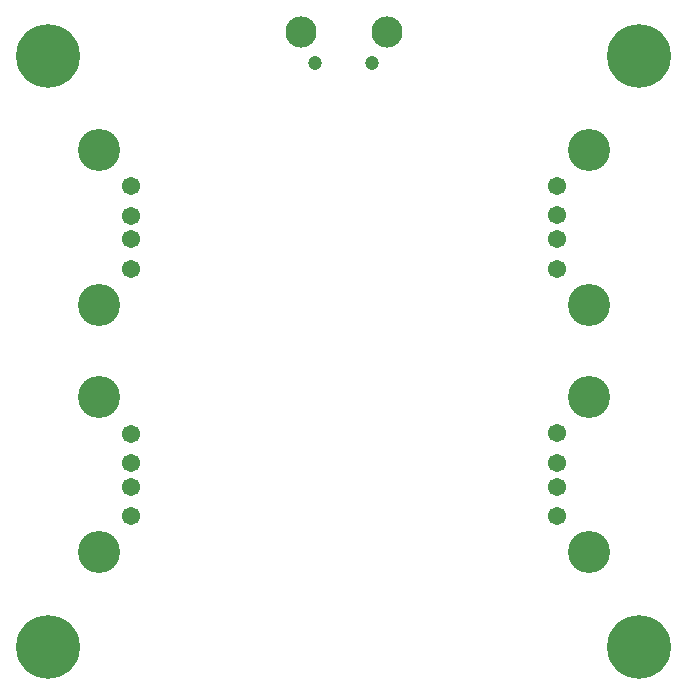
<source format=gbr>
%TF.GenerationSoftware,KiCad,Pcbnew,(5.1.10)-1*%
%TF.CreationDate,2021-08-09T12:49:03+02:00*%
%TF.ProjectId,hub,6875622e-6b69-4636-9164-5f7063625858,rev?*%
%TF.SameCoordinates,Original*%
%TF.FileFunction,Soldermask,Bot*%
%TF.FilePolarity,Negative*%
%FSLAX46Y46*%
G04 Gerber Fmt 4.6, Leading zero omitted, Abs format (unit mm)*
G04 Created by KiCad (PCBNEW (5.1.10)-1) date 2021-08-09 12:49:03*
%MOMM*%
%LPD*%
G01*
G04 APERTURE LIST*
%ADD10C,0.800000*%
%ADD11C,5.400000*%
%ADD12C,3.570000*%
%ADD13C,1.545000*%
%ADD14C,2.640000*%
%ADD15C,1.200000*%
G04 APERTURE END LIST*
D10*
%TO.C,H4*%
X190788891Y-53305109D03*
X189357000Y-52712000D03*
X187925109Y-53305109D03*
X187332000Y-54737000D03*
X187925109Y-56168891D03*
X189357000Y-56762000D03*
X190788891Y-56168891D03*
X191382000Y-54737000D03*
D11*
X189357000Y-54737000D03*
%TD*%
D10*
%TO.C,H3*%
X140750891Y-53305109D03*
X139319000Y-52712000D03*
X137887109Y-53305109D03*
X137294000Y-54737000D03*
X137887109Y-56168891D03*
X139319000Y-56762000D03*
X140750891Y-56168891D03*
X141344000Y-54737000D03*
D11*
X139319000Y-54737000D03*
%TD*%
D10*
%TO.C,H2*%
X140750891Y-103343109D03*
X139319000Y-102750000D03*
X137887109Y-103343109D03*
X137294000Y-104775000D03*
X137887109Y-106206891D03*
X139319000Y-106800000D03*
X140750891Y-106206891D03*
X141344000Y-104775000D03*
D11*
X139319000Y-104775000D03*
%TD*%
D10*
%TO.C,H1*%
X190788891Y-103343109D03*
X189357000Y-102750000D03*
X187925109Y-103343109D03*
X187332000Y-104775000D03*
X187925109Y-106206891D03*
X189357000Y-106800000D03*
X190788891Y-106206891D03*
X191382000Y-104775000D03*
D11*
X189357000Y-104775000D03*
%TD*%
D12*
%TO.C,J5*%
X185082000Y-62701000D03*
X185082000Y-75841000D03*
D13*
X182372000Y-65771000D03*
X182372000Y-68271000D03*
X182372000Y-70271000D03*
X182372000Y-72771000D03*
%TD*%
D12*
%TO.C,J4*%
X185082000Y-83656000D03*
X185082000Y-96796000D03*
D13*
X182372000Y-86726000D03*
X182372000Y-89226000D03*
X182372000Y-91226000D03*
X182372000Y-93726000D03*
%TD*%
D12*
%TO.C,J3*%
X143594000Y-96811000D03*
X143594000Y-83671000D03*
D13*
X146304000Y-93741000D03*
X146304000Y-91241000D03*
X146304000Y-89241000D03*
X146304000Y-86741000D03*
%TD*%
D12*
%TO.C,J2*%
X143594000Y-75856000D03*
X143594000Y-62716000D03*
D13*
X146304000Y-72786000D03*
X146304000Y-70286000D03*
X146304000Y-68286000D03*
X146304000Y-65786000D03*
%TD*%
D14*
%TO.C,J1*%
X160713000Y-52705000D03*
X167963000Y-52705000D03*
D15*
X161913000Y-55385000D03*
X166763000Y-55385000D03*
%TD*%
M02*

</source>
